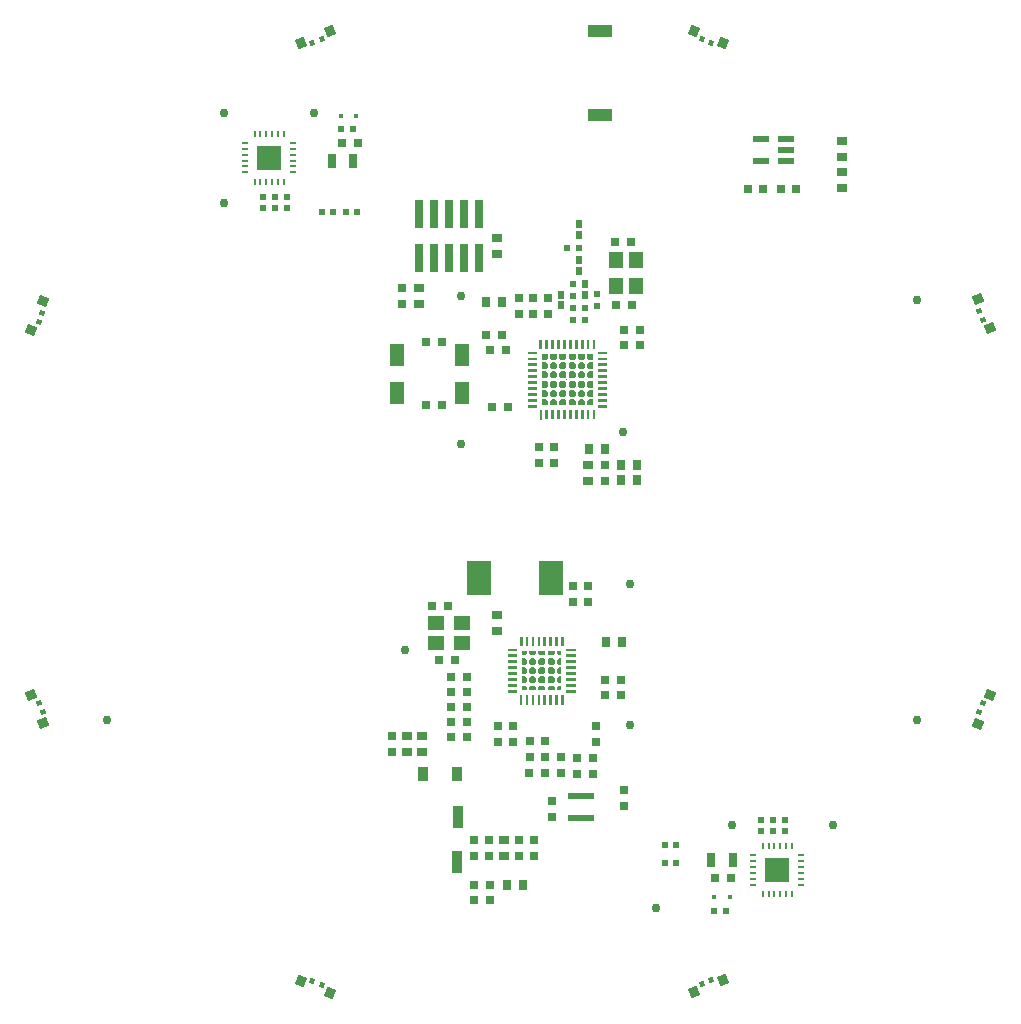
<source format=gtp>
%FSLAX25Y25*%
%MOIN*%
G70*
G01*
G75*
G04 Layer_Color=8421504*
%ADD10C,0.01000*%
%ADD11C,0.00500*%
%ADD12C,0.00600*%
%ADD13R,0.03347X0.02953*%
%ADD14R,0.02953X0.03347*%
%ADD15R,0.03543X0.02953*%
G04:AMPARAMS|DCode=16|XSize=17.72mil|YSize=19.69mil|CornerRadius=0mil|HoleSize=0mil|Usage=FLASHONLY|Rotation=22.500|XOffset=0mil|YOffset=0mil|HoleType=Round|Shape=Rectangle|*
%AMROTATEDRECTD16*
4,1,4,-0.00442,-0.01248,-0.01195,0.00570,0.00442,0.01248,0.01195,-0.00570,-0.00442,-0.01248,0.0*
%
%ADD16ROTATEDRECTD16*%

G04:AMPARAMS|DCode=17|XSize=33.47mil|YSize=35.43mil|CornerRadius=0mil|HoleSize=0mil|Usage=FLASHONLY|Rotation=202.500|XOffset=0mil|YOffset=0mil|HoleType=Round|Shape=Rectangle|*
%AMROTATEDRECTD17*
4,1,4,0.00868,0.02277,0.02224,-0.00997,-0.00868,-0.02277,-0.02224,0.00997,0.00868,0.02277,0.0*
%
%ADD17ROTATEDRECTD17*%

G04:AMPARAMS|DCode=18|XSize=17.72mil|YSize=19.69mil|CornerRadius=0mil|HoleSize=0mil|Usage=FLASHONLY|Rotation=112.500|XOffset=0mil|YOffset=0mil|HoleType=Round|Shape=Rectangle|*
%AMROTATEDRECTD18*
4,1,4,0.01248,-0.00442,-0.00570,-0.01195,-0.01248,0.00442,0.00570,0.01195,0.01248,-0.00442,0.0*
%
%ADD18ROTATEDRECTD18*%

G04:AMPARAMS|DCode=19|XSize=33.47mil|YSize=35.43mil|CornerRadius=0mil|HoleSize=0mil|Usage=FLASHONLY|Rotation=292.500|XOffset=0mil|YOffset=0mil|HoleType=Round|Shape=Rectangle|*
%AMROTATEDRECTD19*
4,1,4,-0.02277,0.00868,0.00997,0.02224,0.02277,-0.00868,-0.00997,-0.02224,-0.02277,0.00868,0.0*
%
%ADD19ROTATEDRECTD19*%

G04:AMPARAMS|DCode=20|XSize=17.72mil|YSize=19.69mil|CornerRadius=0mil|HoleSize=0mil|Usage=FLASHONLY|Rotation=337.500|XOffset=0mil|YOffset=0mil|HoleType=Round|Shape=Rectangle|*
%AMROTATEDRECTD20*
4,1,4,-0.01195,-0.00570,-0.00442,0.01248,0.01195,0.00570,0.00442,-0.01248,-0.01195,-0.00570,0.0*
%
%ADD20ROTATEDRECTD20*%

G04:AMPARAMS|DCode=21|XSize=33.47mil|YSize=35.43mil|CornerRadius=0mil|HoleSize=0mil|Usage=FLASHONLY|Rotation=157.500|XOffset=0mil|YOffset=0mil|HoleType=Round|Shape=Rectangle|*
%AMROTATEDRECTD21*
4,1,4,0.02224,0.00997,0.00868,-0.02277,-0.02224,-0.00997,-0.00868,0.02277,0.02224,0.00997,0.0*
%
%ADD21ROTATEDRECTD21*%

G04:AMPARAMS|DCode=22|XSize=17.72mil|YSize=19.69mil|CornerRadius=0mil|HoleSize=0mil|Usage=FLASHONLY|Rotation=247.500|XOffset=0mil|YOffset=0mil|HoleType=Round|Shape=Rectangle|*
%AMROTATEDRECTD22*
4,1,4,-0.00570,0.01195,0.01248,0.00442,0.00570,-0.01195,-0.01248,-0.00442,-0.00570,0.01195,0.0*
%
%ADD22ROTATEDRECTD22*%

G04:AMPARAMS|DCode=23|XSize=33.47mil|YSize=35.43mil|CornerRadius=0mil|HoleSize=0mil|Usage=FLASHONLY|Rotation=67.500|XOffset=0mil|YOffset=0mil|HoleType=Round|Shape=Rectangle|*
%AMROTATEDRECTD23*
4,1,4,0.00997,-0.02224,-0.02277,-0.00868,-0.00997,0.02224,0.02277,0.00868,0.00997,-0.02224,0.0*
%
%ADD23ROTATEDRECTD23*%

%ADD24R,0.02362X0.02362*%
%ADD25R,0.01890X0.01575*%
%ADD26R,0.03150X0.05118*%
%ADD27R,0.02362X0.02559*%
%ADD28C,0.03200*%
%ADD29R,0.02559X0.02362*%
%ADD30R,0.08268X0.08268*%
%ADD31O,0.02559X0.01181*%
%ADD32O,0.01181X0.02559*%
%ADD33R,0.02953X0.03543*%
%ADD34R,0.03543X0.07480*%
%ADD35R,0.02362X0.02362*%
%ADD36R,0.02362X0.02756*%
%ADD37R,0.04724X0.05512*%
G04:AMPARAMS|DCode=38|XSize=11.02mil|YSize=33.47mil|CornerRadius=0mil|HoleSize=0mil|Usage=FLASHONLY|Rotation=0.000|XOffset=0mil|YOffset=0mil|HoleType=Round|Shape=Octagon|*
%AMOCTAGOND38*
4,1,8,-0.00276,0.01673,0.00276,0.01673,0.00551,0.01398,0.00551,-0.01398,0.00276,-0.01673,-0.00276,-0.01673,-0.00551,-0.01398,-0.00551,0.01398,-0.00276,0.01673,0.0*
%
%ADD38OCTAGOND38*%

%ADD39R,0.01102X0.03347*%
%ADD40R,0.03347X0.01102*%
%ADD41R,0.13583X0.13583*%
%ADD42R,0.05709X0.02165*%
%ADD43R,0.05512X0.04724*%
%ADD44R,0.05118X0.07480*%
%ADD45R,0.03000X0.10000*%
%ADD46R,0.17716X0.17716*%
%ADD47R,0.03600X0.04800*%
%ADD48R,0.09055X0.02559*%
%ADD49R,0.08071X0.11417*%
%ADD50R,0.08661X0.04095*%
%ADD51C,0.10000*%
%ADD52C,0.01500*%
%ADD53C,0.00800*%
%ADD54C,0.04000*%
%ADD55C,0.02000*%
%ADD56C,0.03000*%
%ADD57C,0.02500*%
%ADD58C,0.00700*%
%ADD59R,0.07000X0.23500*%
%ADD60R,0.15700X0.07000*%
%ADD61R,0.03000X0.03300*%
%ADD62C,0.03500*%
%ADD63C,0.02000*%
%ADD64R,0.10800X0.10800*%
%ADD65C,0.10800*%
%ADD66C,0.03000*%
%ADD67C,0.02200*%
%ADD68C,0.04000*%
%ADD69C,0.02598*%
%ADD70C,0.00984*%
%ADD71C,0.00984*%
%ADD72C,0.00787*%
%ADD73C,0.00300*%
%ADD74R,0.01772X0.03740*%
%ADD75R,0.03147X0.02753*%
%ADD76R,0.02753X0.03147*%
%ADD77R,0.03343X0.02753*%
G04:AMPARAMS|DCode=78|XSize=15.72mil|YSize=17.69mil|CornerRadius=0mil|HoleSize=0mil|Usage=FLASHONLY|Rotation=22.500|XOffset=0mil|YOffset=0mil|HoleType=Round|Shape=Rectangle|*
%AMROTATEDRECTD78*
4,1,4,-0.00388,-0.01118,-0.01064,0.00516,0.00388,0.01118,0.01064,-0.00516,-0.00388,-0.01118,0.0*
%
%ADD78ROTATEDRECTD78*%

G04:AMPARAMS|DCode=79|XSize=31.47mil|YSize=33.43mil|CornerRadius=0mil|HoleSize=0mil|Usage=FLASHONLY|Rotation=202.500|XOffset=0mil|YOffset=0mil|HoleType=Round|Shape=Rectangle|*
%AMROTATEDRECTD79*
4,1,4,0.00814,0.02147,0.02093,-0.00942,-0.00814,-0.02147,-0.02093,0.00942,0.00814,0.02147,0.0*
%
%ADD79ROTATEDRECTD79*%

G04:AMPARAMS|DCode=80|XSize=15.72mil|YSize=17.69mil|CornerRadius=0mil|HoleSize=0mil|Usage=FLASHONLY|Rotation=112.500|XOffset=0mil|YOffset=0mil|HoleType=Round|Shape=Rectangle|*
%AMROTATEDRECTD80*
4,1,4,0.01118,-0.00388,-0.00516,-0.01064,-0.01118,0.00388,0.00516,0.01064,0.01118,-0.00388,0.0*
%
%ADD80ROTATEDRECTD80*%

G04:AMPARAMS|DCode=81|XSize=31.47mil|YSize=33.43mil|CornerRadius=0mil|HoleSize=0mil|Usage=FLASHONLY|Rotation=292.500|XOffset=0mil|YOffset=0mil|HoleType=Round|Shape=Rectangle|*
%AMROTATEDRECTD81*
4,1,4,-0.02147,0.00814,0.00942,0.02093,0.02147,-0.00814,-0.00942,-0.02093,-0.02147,0.00814,0.0*
%
%ADD81ROTATEDRECTD81*%

G04:AMPARAMS|DCode=82|XSize=15.72mil|YSize=17.69mil|CornerRadius=0mil|HoleSize=0mil|Usage=FLASHONLY|Rotation=337.500|XOffset=0mil|YOffset=0mil|HoleType=Round|Shape=Rectangle|*
%AMROTATEDRECTD82*
4,1,4,-0.01064,-0.00516,-0.00388,0.01118,0.01064,0.00516,0.00388,-0.01118,-0.01064,-0.00516,0.0*
%
%ADD82ROTATEDRECTD82*%

G04:AMPARAMS|DCode=83|XSize=31.47mil|YSize=33.43mil|CornerRadius=0mil|HoleSize=0mil|Usage=FLASHONLY|Rotation=157.500|XOffset=0mil|YOffset=0mil|HoleType=Round|Shape=Rectangle|*
%AMROTATEDRECTD83*
4,1,4,0.02093,0.00942,0.00814,-0.02147,-0.02093,-0.00942,-0.00814,0.02147,0.02093,0.00942,0.0*
%
%ADD83ROTATEDRECTD83*%

G04:AMPARAMS|DCode=84|XSize=15.72mil|YSize=17.69mil|CornerRadius=0mil|HoleSize=0mil|Usage=FLASHONLY|Rotation=247.500|XOffset=0mil|YOffset=0mil|HoleType=Round|Shape=Rectangle|*
%AMROTATEDRECTD84*
4,1,4,-0.00516,0.01064,0.01118,0.00388,0.00516,-0.01064,-0.01118,-0.00388,-0.00516,0.01064,0.0*
%
%ADD84ROTATEDRECTD84*%

G04:AMPARAMS|DCode=85|XSize=31.47mil|YSize=33.43mil|CornerRadius=0mil|HoleSize=0mil|Usage=FLASHONLY|Rotation=67.500|XOffset=0mil|YOffset=0mil|HoleType=Round|Shape=Rectangle|*
%AMROTATEDRECTD85*
4,1,4,0.00942,-0.02093,-0.02147,-0.00814,-0.00942,0.02093,0.02147,0.00814,0.00942,-0.02093,0.0*
%
%ADD85ROTATEDRECTD85*%

%ADD86R,0.02162X0.02162*%
%ADD87R,0.01690X0.01375*%
%ADD88R,0.02950X0.04918*%
%ADD89R,0.02162X0.02359*%
%ADD90R,0.02359X0.02162*%
%ADD91R,0.08068X0.08068*%
%ADD92O,0.02359X0.00981*%
%ADD93O,0.00981X0.02359*%
%ADD94R,0.02753X0.03343*%
%ADD95R,0.03343X0.07280*%
%ADD96R,0.02162X0.02162*%
%ADD97R,0.02162X0.02556*%
%ADD98R,0.04524X0.05312*%
G04:AMPARAMS|DCode=99|XSize=9.02mil|YSize=31.47mil|CornerRadius=0mil|HoleSize=0mil|Usage=FLASHONLY|Rotation=0.000|XOffset=0mil|YOffset=0mil|HoleType=Round|Shape=Octagon|*
%AMOCTAGOND99*
4,1,8,-0.00226,0.01573,0.00226,0.01573,0.00451,0.01348,0.00451,-0.01348,0.00226,-0.01573,-0.00226,-0.01573,-0.00451,-0.01348,-0.00451,0.01348,-0.00226,0.01573,0.0*
%
%ADD99OCTAGOND99*%

%ADD100R,0.00100X0.00100*%
%ADD101R,0.05509X0.01965*%
%ADD102R,0.05312X0.04524*%
%ADD103R,0.04918X0.07280*%
%ADD104R,0.02800X0.09800*%
%ADD105R,0.08855X0.02359*%
%ADD106R,0.07871X0.11217*%
%ADD107R,0.08461X0.03895*%
G36*
X11156Y-47899D02*
X10599Y-48456D01*
X9401D01*
X8844Y-47899D01*
Y-47004D01*
X11156D01*
Y-47899D01*
D02*
G37*
G36*
X14256D02*
X13700Y-48456D01*
X12501D01*
X11944Y-47899D01*
Y-47004D01*
X14256D01*
Y-47899D01*
D02*
G37*
G36*
X4956D02*
X4400Y-48456D01*
X3504D01*
Y-47004D01*
X4956D01*
Y-47899D01*
D02*
G37*
G36*
X8056D02*
X7500Y-48456D01*
X6301D01*
X5744Y-47899D01*
Y-47004D01*
X8056D01*
Y-47899D01*
D02*
G37*
G36*
X21319Y-47062D02*
X18169D01*
Y-46155D01*
X21319D01*
Y-47062D01*
D02*
G37*
G36*
X3563Y-45331D02*
X2657D01*
Y-42181D01*
X3563D01*
Y-45331D01*
D02*
G37*
G36*
X16496Y-48456D02*
X15600D01*
X15044Y-47899D01*
Y-47004D01*
X16496D01*
Y-48456D01*
D02*
G37*
G36*
X1831Y-47062D02*
X-1319D01*
Y-46155D01*
X1831D01*
Y-47062D01*
D02*
G37*
G36*
X14256Y-49801D02*
Y-50999D01*
X13700Y-51556D01*
X12501D01*
X11944Y-50999D01*
Y-49801D01*
X12501Y-49244D01*
X13700D01*
X14256Y-49801D01*
D02*
G37*
G36*
X16496Y-51556D02*
X15600D01*
X15044Y-50999D01*
Y-49801D01*
X15600Y-49244D01*
X16496D01*
Y-51556D01*
D02*
G37*
G36*
X8056Y-49801D02*
Y-50999D01*
X7500Y-51556D01*
X6301D01*
X5744Y-50999D01*
Y-49801D01*
X6301Y-49244D01*
X7500D01*
X8056Y-49801D01*
D02*
G37*
G36*
X11156D02*
Y-50999D01*
X10599Y-51556D01*
X9401D01*
X8844Y-50999D01*
Y-49801D01*
X9401Y-49244D01*
X10599D01*
X11156Y-49801D01*
D02*
G37*
G36*
X1831Y-49031D02*
X-1319D01*
Y-48124D01*
X1831D01*
Y-49031D01*
D02*
G37*
G36*
X21319D02*
X18169D01*
Y-48124D01*
X21319D01*
Y-49031D01*
D02*
G37*
G36*
X1831Y-51000D02*
X-1319D01*
Y-50093D01*
X1831D01*
Y-51000D01*
D02*
G37*
G36*
X21319D02*
X18169D01*
Y-50093D01*
X21319D01*
Y-51000D01*
D02*
G37*
G36*
X17969Y30212D02*
X17063D01*
Y33363D01*
X17969D01*
Y30212D01*
D02*
G37*
G36*
X19937D02*
X19031D01*
Y33363D01*
X19937D01*
Y30212D01*
D02*
G37*
G36*
X14032D02*
X13126D01*
Y33363D01*
X14032D01*
Y30212D01*
D02*
G37*
G36*
X16000D02*
X15094D01*
Y33363D01*
X16000D01*
Y30212D01*
D02*
G37*
G36*
X25843D02*
X24937D01*
Y33363D01*
X25843D01*
Y30212D01*
D02*
G37*
G36*
X27812D02*
X26905D01*
Y33363D01*
X27812D01*
Y30212D01*
D02*
G37*
G36*
X21906D02*
X21000D01*
Y33363D01*
X21906D01*
Y30212D01*
D02*
G37*
G36*
X23874D02*
X22968D01*
Y33363D01*
X23874D01*
Y30212D01*
D02*
G37*
G36*
X9469Y-45331D02*
X8563D01*
Y-42181D01*
X9469D01*
Y-45331D01*
D02*
G37*
G36*
X11437D02*
X10531D01*
Y-42181D01*
X11437D01*
Y-45331D01*
D02*
G37*
G36*
X5532D02*
X4626D01*
Y-42181D01*
X5532D01*
Y-45331D01*
D02*
G37*
G36*
X7500D02*
X6594D01*
Y-42181D01*
X7500D01*
Y-45331D01*
D02*
G37*
G36*
X17343D02*
X16437D01*
Y-42181D01*
X17343D01*
Y-45331D01*
D02*
G37*
G36*
X12063Y30212D02*
X11157D01*
Y33363D01*
X12063D01*
Y30212D01*
D02*
G37*
G36*
X13406Y-45331D02*
X12500D01*
Y-42181D01*
X13406D01*
Y-45331D01*
D02*
G37*
G36*
X15374D02*
X14468D01*
Y-42181D01*
X15374D01*
Y-45331D01*
D02*
G37*
G36*
X4956Y-49801D02*
Y-50999D01*
X4400Y-51556D01*
X3504D01*
Y-49244D01*
X4400D01*
X4956Y-49801D01*
D02*
G37*
G36*
X8056Y-59101D02*
Y-59996D01*
X5744D01*
Y-59101D01*
X6301Y-58544D01*
X7500D01*
X8056Y-59101D01*
D02*
G37*
G36*
X11156D02*
Y-59996D01*
X8844D01*
Y-59101D01*
X9401Y-58544D01*
X10599D01*
X11156Y-59101D01*
D02*
G37*
G36*
X21319Y-60845D02*
X18169D01*
Y-59938D01*
X21319D01*
Y-60845D01*
D02*
G37*
G36*
X4956Y-59101D02*
Y-59996D01*
X3504D01*
Y-58544D01*
X4400D01*
X4956Y-59101D01*
D02*
G37*
G36*
X1831Y-58876D02*
X-1319D01*
Y-57969D01*
X1831D01*
Y-58876D01*
D02*
G37*
G36*
X21319D02*
X18169D01*
Y-57969D01*
X21319D01*
Y-58876D01*
D02*
G37*
G36*
X14256Y-59101D02*
Y-59996D01*
X11944D01*
Y-59101D01*
X12501Y-58544D01*
X13700D01*
X14256Y-59101D01*
D02*
G37*
G36*
X16496Y-59996D02*
X15044D01*
Y-59101D01*
X15600Y-58544D01*
X16496D01*
Y-59996D01*
D02*
G37*
G36*
X9469Y-64819D02*
X8563D01*
Y-61669D01*
X9469D01*
Y-64819D01*
D02*
G37*
G36*
X11437D02*
X10531D01*
Y-61669D01*
X11437D01*
Y-64819D01*
D02*
G37*
G36*
X5532D02*
X4626D01*
Y-61669D01*
X5532D01*
Y-64819D01*
D02*
G37*
G36*
X7500D02*
X6594D01*
Y-61669D01*
X7500D01*
Y-64819D01*
D02*
G37*
G36*
X17343D02*
X16437D01*
Y-61669D01*
X17343D01*
Y-64819D01*
D02*
G37*
G36*
X1831Y-60845D02*
X-1319D01*
Y-59938D01*
X1831D01*
Y-60845D01*
D02*
G37*
G36*
X13406Y-64819D02*
X12500D01*
Y-61669D01*
X13406D01*
Y-64819D01*
D02*
G37*
G36*
X15374D02*
X14468D01*
Y-61669D01*
X15374D01*
Y-64819D01*
D02*
G37*
G36*
X8056Y-52900D02*
Y-54100D01*
X7500Y-54656D01*
X6301D01*
X5744Y-54100D01*
Y-52900D01*
X6301Y-52344D01*
X7500D01*
X8056Y-52900D01*
D02*
G37*
G36*
X11156D02*
Y-54100D01*
X10599Y-54656D01*
X9401D01*
X8844Y-54100D01*
Y-52900D01*
X9401Y-52344D01*
X10599D01*
X11156Y-52900D01*
D02*
G37*
G36*
X21319Y-54938D02*
X18169D01*
Y-54031D01*
X21319D01*
Y-54938D01*
D02*
G37*
G36*
X4956Y-52900D02*
Y-54100D01*
X4400Y-54656D01*
X3504D01*
Y-52344D01*
X4400D01*
X4956Y-52900D01*
D02*
G37*
G36*
X1831Y-52969D02*
X-1319D01*
Y-52062D01*
X1831D01*
Y-52969D01*
D02*
G37*
G36*
X21319D02*
X18169D01*
Y-52062D01*
X21319D01*
Y-52969D01*
D02*
G37*
G36*
X14256Y-52900D02*
Y-54100D01*
X13700Y-54656D01*
X12501D01*
X11944Y-54100D01*
Y-52900D01*
X12501Y-52344D01*
X13700D01*
X14256Y-52900D01*
D02*
G37*
G36*
X16496Y-54656D02*
X15600D01*
X15044Y-54100D01*
Y-52900D01*
X15600Y-52344D01*
X16496D01*
Y-54656D01*
D02*
G37*
G36*
X11156Y-56001D02*
Y-57200D01*
X10599Y-57756D01*
X9401D01*
X8844Y-57200D01*
Y-56001D01*
X9401Y-55444D01*
X10599D01*
X11156Y-56001D01*
D02*
G37*
G36*
X14256D02*
Y-57200D01*
X13700Y-57756D01*
X12501D01*
X11944Y-57200D01*
Y-56001D01*
X12501Y-55444D01*
X13700D01*
X14256Y-56001D01*
D02*
G37*
G36*
X4956D02*
Y-57200D01*
X4400Y-57756D01*
X3504D01*
Y-55444D01*
X4400D01*
X4956Y-56001D01*
D02*
G37*
G36*
X8056D02*
Y-57200D01*
X7500Y-57756D01*
X6301D01*
X5744Y-57200D01*
Y-56001D01*
X6301Y-55444D01*
X7500D01*
X8056Y-56001D01*
D02*
G37*
G36*
X21319Y-56907D02*
X18169D01*
Y-56000D01*
X21319D01*
Y-56907D01*
D02*
G37*
G36*
X1831Y-54938D02*
X-1319D01*
Y-54031D01*
X1831D01*
Y-54938D01*
D02*
G37*
G36*
X16496Y-57756D02*
X15600D01*
X15044Y-57200D01*
Y-56001D01*
X15600Y-55444D01*
X16496D01*
Y-57756D01*
D02*
G37*
G36*
X1831Y-56907D02*
X-1319D01*
Y-56000D01*
X1831D01*
Y-56907D01*
D02*
G37*
G36*
X8363Y34186D02*
X5212D01*
Y35093D01*
X8363D01*
Y34186D01*
D02*
G37*
G36*
Y47969D02*
X5212D01*
Y48876D01*
X8363D01*
Y47969D01*
D02*
G37*
G36*
X31788D02*
X28637D01*
Y48876D01*
X31788D01*
Y47969D01*
D02*
G37*
G36*
X24306Y48750D02*
Y47550D01*
X23750Y46994D01*
X22550D01*
X21994Y47550D01*
Y48750D01*
X22550Y49306D01*
X23750D01*
X24306Y48750D01*
D02*
G37*
G36*
X27063Y46994D02*
X25651D01*
X25094Y47550D01*
Y48750D01*
X25651Y49306D01*
X27063D01*
Y46994D01*
D02*
G37*
G36*
X11906Y50651D02*
X11349Y50094D01*
X9937D01*
Y52063D01*
X11906D01*
Y50651D01*
D02*
G37*
G36*
X15006D02*
X14449Y50094D01*
X13250D01*
X12694Y50651D01*
Y52063D01*
X15006D01*
Y50651D01*
D02*
G37*
G36*
X8363Y49938D02*
X5212D01*
Y50845D01*
X8363D01*
Y49938D01*
D02*
G37*
G36*
X31788D02*
X28637D01*
Y50845D01*
X31788D01*
Y49938D01*
D02*
G37*
G36*
X8363Y46000D02*
X5212D01*
Y46907D01*
X8363D01*
Y46000D01*
D02*
G37*
G36*
X31788D02*
X28637D01*
Y46907D01*
X31788D01*
Y46000D01*
D02*
G37*
G36*
X8363Y44031D02*
X5212D01*
Y44938D01*
X8363D01*
Y44031D01*
D02*
G37*
G36*
X31788D02*
X28637D01*
Y44938D01*
X31788D01*
Y44031D01*
D02*
G37*
G36*
X18106Y48750D02*
Y47550D01*
X17549Y46994D01*
X16351D01*
X15794Y47550D01*
Y48750D01*
X16351Y49306D01*
X17549D01*
X18106Y48750D01*
D02*
G37*
G36*
X21206D02*
Y47550D01*
X20650Y46994D01*
X19451D01*
X18894Y47550D01*
Y48750D01*
X19451Y49306D01*
X20650D01*
X21206Y48750D01*
D02*
G37*
G36*
X11906D02*
Y47550D01*
X11349Y46994D01*
X9937D01*
Y49306D01*
X11349D01*
X11906Y48750D01*
D02*
G37*
G36*
X15006D02*
Y47550D01*
X14449Y46994D01*
X13250D01*
X12694Y47550D01*
Y48750D01*
X13250Y49306D01*
X14449D01*
X15006Y48750D01*
D02*
G37*
G36*
X17969Y53637D02*
X17063D01*
Y56788D01*
X17969D01*
Y53637D01*
D02*
G37*
G36*
X19937D02*
X19031D01*
Y56788D01*
X19937D01*
Y53637D01*
D02*
G37*
G36*
X14032D02*
X13126D01*
Y56788D01*
X14032D01*
Y53637D01*
D02*
G37*
G36*
X16000D02*
X15094D01*
Y56788D01*
X16000D01*
Y53637D01*
D02*
G37*
G36*
X25843D02*
X24937D01*
Y56788D01*
X25843D01*
Y53637D01*
D02*
G37*
G36*
X27812D02*
X26905D01*
Y56788D01*
X27812D01*
Y53637D01*
D02*
G37*
G36*
X21906D02*
X21000D01*
Y56788D01*
X21906D01*
Y53637D01*
D02*
G37*
G36*
X23874D02*
X22968D01*
Y56788D01*
X23874D01*
Y53637D01*
D02*
G37*
G36*
X24306Y50651D02*
X23750Y50094D01*
X22550D01*
X21994Y50651D01*
Y52063D01*
X24306D01*
Y50651D01*
D02*
G37*
G36*
X27063Y50094D02*
X25651D01*
X25094Y50651D01*
Y52063D01*
X27063D01*
Y50094D01*
D02*
G37*
G36*
X18106Y50651D02*
X17549Y50094D01*
X16351D01*
X15794Y50651D01*
Y52063D01*
X18106D01*
Y50651D01*
D02*
G37*
G36*
X21206D02*
X20650Y50094D01*
X19451D01*
X18894Y50651D01*
Y52063D01*
X21206D01*
Y50651D01*
D02*
G37*
G36*
X10095Y53637D02*
X9189D01*
Y56788D01*
X10095D01*
Y53637D01*
D02*
G37*
G36*
X12063D02*
X11157D01*
Y56788D01*
X12063D01*
Y53637D01*
D02*
G37*
G36*
X8363Y51907D02*
X5212D01*
Y52814D01*
X8363D01*
Y51907D01*
D02*
G37*
G36*
X31788D02*
X28637D01*
Y52814D01*
X31788D01*
Y51907D01*
D02*
G37*
G36*
X27063Y43894D02*
X25651D01*
X25094Y44451D01*
Y45649D01*
X25651Y46206D01*
X27063D01*
Y43894D01*
D02*
G37*
G36*
X15006Y39450D02*
Y38250D01*
X14449Y37694D01*
X13250D01*
X12694Y38250D01*
Y39450D01*
X13250Y40006D01*
X14449D01*
X15006Y39450D01*
D02*
G37*
G36*
X18106D02*
Y38250D01*
X17549Y37694D01*
X16351D01*
X15794Y38250D01*
Y39450D01*
X16351Y40006D01*
X17549D01*
X18106Y39450D01*
D02*
G37*
G36*
X31788Y36155D02*
X28637D01*
Y37062D01*
X31788D01*
Y36155D01*
D02*
G37*
G36*
X11906Y39450D02*
Y38250D01*
X11349Y37694D01*
X9937D01*
Y40006D01*
X11349D01*
X11906Y39450D01*
D02*
G37*
G36*
X27063Y37694D02*
X25651D01*
X25094Y38250D01*
Y39450D01*
X25651Y40006D01*
X27063D01*
Y37694D01*
D02*
G37*
G36*
X8363Y38124D02*
X5212D01*
Y39031D01*
X8363D01*
Y38124D01*
D02*
G37*
G36*
X21206Y39450D02*
Y38250D01*
X20650Y37694D01*
X19451D01*
X18894Y38250D01*
Y39450D01*
X19451Y40006D01*
X20650D01*
X21206Y39450D01*
D02*
G37*
G36*
X24306D02*
Y38250D01*
X23750Y37694D01*
X22550D01*
X21994Y38250D01*
Y39450D01*
X22550Y40006D01*
X23750D01*
X24306Y39450D01*
D02*
G37*
G36*
X15006Y36349D02*
Y34937D01*
X12694D01*
Y36349D01*
X13250Y36906D01*
X14449D01*
X15006Y36349D01*
D02*
G37*
G36*
X18106D02*
Y34937D01*
X15794D01*
Y36349D01*
X16351Y36906D01*
X17549D01*
X18106Y36349D01*
D02*
G37*
G36*
X31788Y34186D02*
X28637D01*
Y35093D01*
X31788D01*
Y34186D01*
D02*
G37*
G36*
X11906Y36349D02*
Y34937D01*
X9937D01*
Y36906D01*
X11349D01*
X11906Y36349D01*
D02*
G37*
G36*
X27063Y34937D02*
X25094D01*
Y36349D01*
X25651Y36906D01*
X27063D01*
Y34937D01*
D02*
G37*
G36*
X8363Y36155D02*
X5212D01*
Y37062D01*
X8363D01*
Y36155D01*
D02*
G37*
G36*
X21206Y36349D02*
Y34937D01*
X18894D01*
Y36349D01*
X19451Y36906D01*
X20650D01*
X21206Y36349D01*
D02*
G37*
G36*
X24306D02*
Y34937D01*
X21994D01*
Y36349D01*
X22550Y36906D01*
X23750D01*
X24306Y36349D01*
D02*
G37*
G36*
X31788Y42062D02*
X28637D01*
Y42969D01*
X31788D01*
Y42062D01*
D02*
G37*
G36*
X11906Y45649D02*
Y44451D01*
X11349Y43894D01*
X9937D01*
Y46206D01*
X11349D01*
X11906Y45649D01*
D02*
G37*
G36*
X27063Y40794D02*
X25651D01*
X25094Y41350D01*
Y42549D01*
X25651Y43106D01*
X27063D01*
Y40794D01*
D02*
G37*
G36*
X8363Y42062D02*
X5212D01*
Y42969D01*
X8363D01*
Y42062D01*
D02*
G37*
G36*
X21206Y45649D02*
Y44451D01*
X20650Y43894D01*
X19451D01*
X18894Y44451D01*
Y45649D01*
X19451Y46206D01*
X20650D01*
X21206Y45649D01*
D02*
G37*
G36*
X24306D02*
Y44451D01*
X23750Y43894D01*
X22550D01*
X21994Y44451D01*
Y45649D01*
X22550Y46206D01*
X23750D01*
X24306Y45649D01*
D02*
G37*
G36*
X15006D02*
Y44451D01*
X14449Y43894D01*
X13250D01*
X12694Y44451D01*
Y45649D01*
X13250Y46206D01*
X14449D01*
X15006Y45649D01*
D02*
G37*
G36*
X18106D02*
Y44451D01*
X17549Y43894D01*
X16351D01*
X15794Y44451D01*
Y45649D01*
X16351Y46206D01*
X17549D01*
X18106Y45649D01*
D02*
G37*
G36*
X31788Y40093D02*
X28637D01*
Y41000D01*
X31788D01*
Y40093D01*
D02*
G37*
G36*
X11906Y42549D02*
Y41350D01*
X11349Y40794D01*
X9937D01*
Y43106D01*
X11349D01*
X11906Y42549D01*
D02*
G37*
G36*
X31788Y38124D02*
X28637D01*
Y39031D01*
X31788D01*
Y38124D01*
D02*
G37*
G36*
X8363Y40093D02*
X5212D01*
Y41000D01*
X8363D01*
Y40093D01*
D02*
G37*
G36*
X21206Y42549D02*
Y41350D01*
X20650Y40794D01*
X19451D01*
X18894Y41350D01*
Y42549D01*
X19451Y43106D01*
X20650D01*
X21206Y42549D01*
D02*
G37*
G36*
X24306D02*
Y41350D01*
X23750Y40794D01*
X22550D01*
X21994Y41350D01*
Y42549D01*
X22550Y43106D01*
X23750D01*
X24306Y42549D01*
D02*
G37*
G36*
X15006D02*
Y41350D01*
X14449Y40794D01*
X13250D01*
X12694Y41350D01*
Y42549D01*
X13250Y43106D01*
X14449D01*
X15006Y42549D01*
D02*
G37*
G36*
X18106D02*
Y41350D01*
X17549Y40794D01*
X16351D01*
X15794Y41350D01*
Y42549D01*
X16351Y43106D01*
X17549D01*
X18106Y42549D01*
D02*
G37*
D47*
X-29550Y-88000D02*
D03*
X-18450D02*
D03*
D66*
X47900Y-132500D02*
D03*
X73500Y-105000D02*
D03*
X107000D02*
D03*
X39500Y-24500D02*
D03*
Y-71500D02*
D03*
X-35500Y-46500D02*
D03*
X-135000Y-70000D02*
D03*
X135000D02*
D03*
Y70000D02*
D03*
X-17000Y71500D02*
D03*
X37000Y26000D02*
D03*
X-17000Y22000D02*
D03*
X-66000Y132500D02*
D03*
X-95870D02*
D03*
Y102500D02*
D03*
D75*
X9000Y21158D02*
D03*
Y15843D02*
D03*
X14000Y21158D02*
D03*
Y15843D02*
D03*
X31000Y15157D02*
D03*
Y9843D02*
D03*
X12000Y65342D02*
D03*
Y70657D02*
D03*
X16500Y-87657D02*
D03*
Y-82342D02*
D03*
X7500Y-115157D02*
D03*
Y-109843D02*
D03*
X28000Y-71842D02*
D03*
Y-77157D02*
D03*
X6000Y-76842D02*
D03*
Y-82157D02*
D03*
X-12500Y-115157D02*
D03*
Y-109843D02*
D03*
X11000Y-76842D02*
D03*
Y-82157D02*
D03*
X2500Y-115157D02*
D03*
Y-109843D02*
D03*
X13500Y-97000D02*
D03*
Y-102315D02*
D03*
X-7500Y-115157D02*
D03*
Y-109843D02*
D03*
X37500Y-98658D02*
D03*
Y-93343D02*
D03*
X-40000Y-75343D02*
D03*
Y-80658D02*
D03*
X-36570Y68773D02*
D03*
Y74088D02*
D03*
X25500Y-30658D02*
D03*
Y-25343D02*
D03*
X2500Y65342D02*
D03*
Y70657D02*
D03*
X7200Y65342D02*
D03*
Y70657D02*
D03*
X20500Y-25343D02*
D03*
Y-30658D02*
D03*
X500Y-71842D02*
D03*
Y-77157D02*
D03*
X-4500Y-71842D02*
D03*
Y-77157D02*
D03*
D76*
X-1343Y34500D02*
D03*
X-6657D02*
D03*
X42658Y60000D02*
D03*
X37343D02*
D03*
X-3342Y58500D02*
D03*
X-8658D02*
D03*
X-1843Y53500D02*
D03*
X-7158D02*
D03*
X73158Y-122500D02*
D03*
X67843D02*
D03*
X-24158Y-50000D02*
D03*
X-18843D02*
D03*
X-7343Y-130000D02*
D03*
X-12657D02*
D03*
X34843Y68500D02*
D03*
X40157D02*
D03*
X-7343Y-125000D02*
D03*
X-12657D02*
D03*
X39658Y89500D02*
D03*
X34343D02*
D03*
X5843Y-87500D02*
D03*
X11157D02*
D03*
X21843Y-88000D02*
D03*
X27158D02*
D03*
X78543Y106953D02*
D03*
X83858D02*
D03*
X21843Y-82500D02*
D03*
X27158D02*
D03*
X94858Y106953D02*
D03*
X89543D02*
D03*
X-21342Y-32000D02*
D03*
X-26658D02*
D03*
X-28657Y35000D02*
D03*
X-23343D02*
D03*
X-28657Y56000D02*
D03*
X-23343D02*
D03*
X-56657Y122500D02*
D03*
X-51342D02*
D03*
X37242Y55200D02*
D03*
X42557D02*
D03*
X-14842Y-75500D02*
D03*
X-20157D02*
D03*
X-14842Y-70500D02*
D03*
X-20157D02*
D03*
X-14842Y-65500D02*
D03*
X-20157D02*
D03*
X-14842Y-60500D02*
D03*
X-20157D02*
D03*
X-14842Y-55500D02*
D03*
X-20157D02*
D03*
X31000Y-61500D02*
D03*
X36315D02*
D03*
X31000Y-56500D02*
D03*
X36315D02*
D03*
D77*
X110000Y117842D02*
D03*
Y123158D02*
D03*
Y107343D02*
D03*
Y112657D02*
D03*
X-5000Y-40157D02*
D03*
Y-34843D02*
D03*
X-2500Y-115157D02*
D03*
Y-109843D02*
D03*
X-30000Y-80658D02*
D03*
Y-75343D02*
D03*
X25500Y15157D02*
D03*
Y9843D02*
D03*
X-31070Y74088D02*
D03*
Y68773D02*
D03*
X-5000Y85343D02*
D03*
Y90658D02*
D03*
X-35000Y-75343D02*
D03*
Y-80658D02*
D03*
D78*
X66518Y-156707D02*
D03*
X63427Y-157987D02*
D03*
X-66519Y155670D02*
D03*
X-63427Y156951D02*
D03*
D79*
X60681Y-160616D02*
D03*
X70319Y-156624D02*
D03*
X-60681Y159580D02*
D03*
X-70319Y155587D02*
D03*
D80*
X155610Y66518D02*
D03*
X156891Y63426D02*
D03*
X-156263Y-67319D02*
D03*
X-157544Y-64227D02*
D03*
D81*
X159520Y60680D02*
D03*
X155527Y70319D02*
D03*
X-160173Y-61481D02*
D03*
X-156180Y-71120D02*
D03*
D82*
X-63427Y-158391D02*
D03*
X-66518Y-157110D02*
D03*
X63427Y157044D02*
D03*
X66519Y155763D02*
D03*
D83*
X-70319Y-157027D02*
D03*
X-60681Y-161020D02*
D03*
X70319Y155680D02*
D03*
X60681Y159673D02*
D03*
D84*
X-157747Y62707D02*
D03*
X-156467Y65799D02*
D03*
X156887Y-64347D02*
D03*
X155607Y-67439D02*
D03*
D85*
X-156384Y69599D02*
D03*
X-160376Y59961D02*
D03*
X155524Y-71240D02*
D03*
X159516Y-61601D02*
D03*
D86*
X-56968Y127000D02*
D03*
X-53031D02*
D03*
X71469Y-133500D02*
D03*
X67532D02*
D03*
X18531Y87500D02*
D03*
X22468D02*
D03*
D87*
X-57098Y131500D02*
D03*
X-51902D02*
D03*
X72697Y-128902D02*
D03*
X67500D02*
D03*
D88*
X-60043Y116500D02*
D03*
X-52957D02*
D03*
X73543Y-116500D02*
D03*
X66457D02*
D03*
D89*
X87000Y-106870D02*
D03*
Y-103130D02*
D03*
X91000Y-106870D02*
D03*
Y-103130D02*
D03*
X83000Y-106870D02*
D03*
Y-103130D02*
D03*
X-75000Y104370D02*
D03*
Y100630D02*
D03*
X-79000Y104370D02*
D03*
Y100630D02*
D03*
X-83000Y104370D02*
D03*
Y100630D02*
D03*
D90*
X54740Y-111500D02*
D03*
X51000D02*
D03*
X54740Y-117500D02*
D03*
X51000D02*
D03*
X-51630Y99500D02*
D03*
X-55370D02*
D03*
X-63370D02*
D03*
X-59630D02*
D03*
D91*
X88500Y-120000D02*
D03*
X-80870Y117500D02*
D03*
D92*
X80528Y-124921D02*
D03*
Y-122953D02*
D03*
Y-120984D02*
D03*
Y-119016D02*
D03*
Y-117047D02*
D03*
Y-115079D02*
D03*
X96472D02*
D03*
Y-117047D02*
D03*
Y-119016D02*
D03*
Y-120984D02*
D03*
Y-122953D02*
D03*
Y-124921D02*
D03*
X-72898Y122421D02*
D03*
Y120453D02*
D03*
Y118484D02*
D03*
Y116516D02*
D03*
Y114547D02*
D03*
Y112579D02*
D03*
X-88842D02*
D03*
Y114547D02*
D03*
Y116516D02*
D03*
Y118484D02*
D03*
Y120453D02*
D03*
Y122421D02*
D03*
D93*
X83579Y-112028D02*
D03*
X85547D02*
D03*
X87516D02*
D03*
X89484D02*
D03*
X91453D02*
D03*
X93421D02*
D03*
Y-127972D02*
D03*
X91453D02*
D03*
X89484D02*
D03*
X87516D02*
D03*
X85547D02*
D03*
X83579D02*
D03*
X-75949Y109528D02*
D03*
X-77917D02*
D03*
X-79886D02*
D03*
X-81854D02*
D03*
X-83823D02*
D03*
X-85791D02*
D03*
Y125472D02*
D03*
X-83823D02*
D03*
X-81854D02*
D03*
X-79886D02*
D03*
X-77917D02*
D03*
X-75949D02*
D03*
D94*
X3658Y-125000D02*
D03*
X-1657D02*
D03*
X31343Y-44000D02*
D03*
X36658D02*
D03*
X41658Y10000D02*
D03*
X36342D02*
D03*
Y15000D02*
D03*
X41658D02*
D03*
X-3342Y69500D02*
D03*
X-8658D02*
D03*
X31157Y20500D02*
D03*
X25842D02*
D03*
D95*
X-17900Y-102300D02*
D03*
X-18200Y-117300D02*
D03*
D96*
X28500Y71969D02*
D03*
Y68032D02*
D03*
X24500Y63532D02*
D03*
Y67469D02*
D03*
X20500Y63532D02*
D03*
Y67469D02*
D03*
Y71531D02*
D03*
Y75468D02*
D03*
D97*
X24500Y71728D02*
D03*
Y75272D02*
D03*
X22500Y91728D02*
D03*
Y95272D02*
D03*
Y79728D02*
D03*
Y83272D02*
D03*
X16500Y71772D02*
D03*
Y68228D02*
D03*
D98*
X41346Y74669D02*
D03*
X34653D02*
D03*
X41346Y83331D02*
D03*
X34653D02*
D03*
D99*
X3110Y-63244D02*
D03*
X9642Y31787D02*
D03*
D100*
X10000Y-53500D02*
D03*
X18500Y43500D02*
D03*
D101*
X91500Y116260D02*
D03*
Y120000D02*
D03*
Y123740D02*
D03*
X83035D02*
D03*
Y116260D02*
D03*
D102*
X-25331Y-44346D02*
D03*
Y-37653D02*
D03*
X-16669Y-44346D02*
D03*
Y-37653D02*
D03*
D103*
X-38327Y51799D02*
D03*
Y39201D02*
D03*
X-16673Y51799D02*
D03*
Y39201D02*
D03*
D104*
X-11070Y84068D02*
D03*
X-16070D02*
D03*
X-31070Y98792D02*
D03*
X-26070D02*
D03*
X-21070D02*
D03*
X-16070D02*
D03*
X-31070Y84068D02*
D03*
X-26070D02*
D03*
X-21070D02*
D03*
X-11070Y98792D02*
D03*
D105*
X23000Y-102642D02*
D03*
Y-95358D02*
D03*
D106*
X13106Y-22500D02*
D03*
X-11106D02*
D03*
D107*
X29528Y159567D02*
D03*
Y131772D02*
D03*
M02*

</source>
